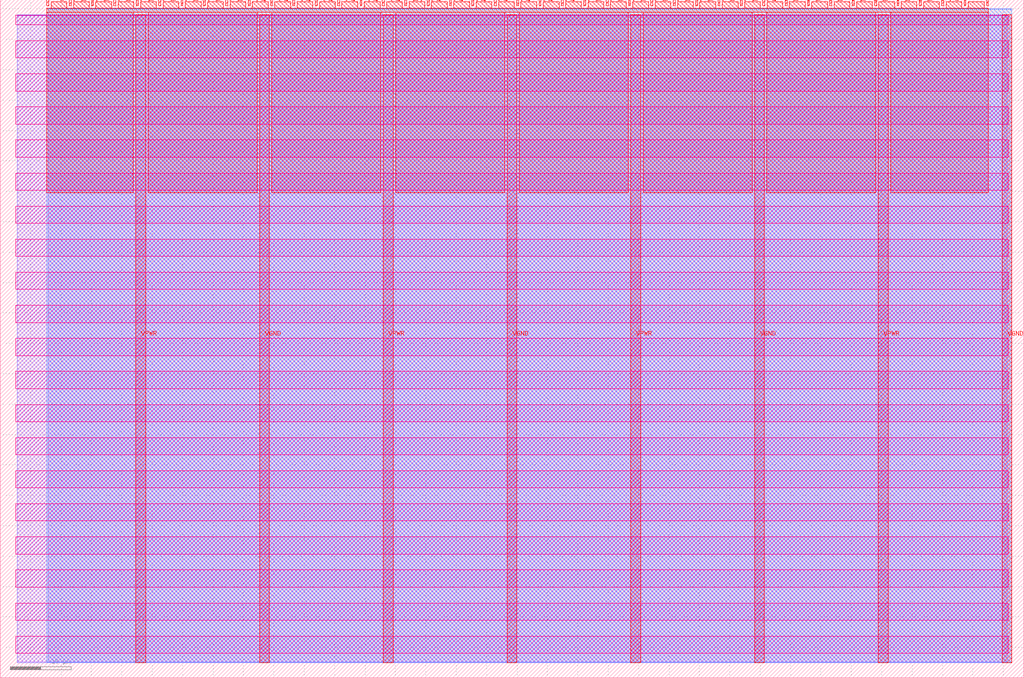
<source format=lef>
VERSION 5.7 ;
  NOWIREEXTENSIONATPIN ON ;
  DIVIDERCHAR "/" ;
  BUSBITCHARS "[]" ;
MACRO tt_um_FreqMeter_Juan_Garcial
  CLASS BLOCK ;
  FOREIGN tt_um_FreqMeter_Juan_Garcial ;
  ORIGIN 0.000 0.000 ;
  SIZE 168.360 BY 111.520 ;
  PIN VGND
    DIRECTION INOUT ;
    USE GROUND ;
    PORT
      LAYER met4 ;
        RECT 42.670 2.480 44.270 109.040 ;
    END
    PORT
      LAYER met4 ;
        RECT 83.380 2.480 84.980 109.040 ;
    END
    PORT
      LAYER met4 ;
        RECT 124.090 2.480 125.690 109.040 ;
    END
    PORT
      LAYER met4 ;
        RECT 164.800 2.480 166.400 109.040 ;
    END
  END VGND
  PIN VPWR
    DIRECTION INOUT ;
    USE POWER ;
    PORT
      LAYER met4 ;
        RECT 22.315 2.480 23.915 109.040 ;
    END
    PORT
      LAYER met4 ;
        RECT 63.025 2.480 64.625 109.040 ;
    END
    PORT
      LAYER met4 ;
        RECT 103.735 2.480 105.335 109.040 ;
    END
    PORT
      LAYER met4 ;
        RECT 144.445 2.480 146.045 109.040 ;
    END
  END VPWR
  PIN clk
    DIRECTION INPUT ;
    USE SIGNAL ;
    ANTENNAGATEAREA 0.852000 ;
    PORT
      LAYER met4 ;
        RECT 158.550 110.520 158.850 111.520 ;
    END
  END clk
  PIN ena
    DIRECTION INPUT ;
    USE SIGNAL ;
    ANTENNAGATEAREA 0.126000 ;
    PORT
      LAYER met4 ;
        RECT 162.230 110.520 162.530 111.520 ;
    END
  END ena
  PIN rst_n
    DIRECTION INPUT ;
    USE SIGNAL ;
    ANTENNAGATEAREA 0.213000 ;
    PORT
      LAYER met4 ;
        RECT 154.870 110.520 155.170 111.520 ;
    END
  END rst_n
  PIN ui_in[0]
    DIRECTION INPUT ;
    USE SIGNAL ;
    ANTENNAGATEAREA 0.196500 ;
    PORT
      LAYER met4 ;
        RECT 151.190 110.520 151.490 111.520 ;
    END
  END ui_in[0]
  PIN ui_in[1]
    DIRECTION INPUT ;
    USE SIGNAL ;
    ANTENNAGATEAREA 0.196500 ;
    PORT
      LAYER met4 ;
        RECT 147.510 110.520 147.810 111.520 ;
    END
  END ui_in[1]
  PIN ui_in[2]
    DIRECTION INPUT ;
    USE SIGNAL ;
    ANTENNAGATEAREA 0.196500 ;
    PORT
      LAYER met4 ;
        RECT 143.830 110.520 144.130 111.520 ;
    END
  END ui_in[2]
  PIN ui_in[3]
    DIRECTION INPUT ;
    USE SIGNAL ;
    ANTENNAGATEAREA 0.196500 ;
    PORT
      LAYER met4 ;
        RECT 140.150 110.520 140.450 111.520 ;
    END
  END ui_in[3]
  PIN ui_in[4]
    DIRECTION INPUT ;
    USE SIGNAL ;
    ANTENNAGATEAREA 0.196500 ;
    PORT
      LAYER met4 ;
        RECT 136.470 110.520 136.770 111.520 ;
    END
  END ui_in[4]
  PIN ui_in[5]
    DIRECTION INPUT ;
    USE SIGNAL ;
    ANTENNAGATEAREA 0.196500 ;
    PORT
      LAYER met4 ;
        RECT 132.790 110.520 133.090 111.520 ;
    END
  END ui_in[5]
  PIN ui_in[6]
    DIRECTION INPUT ;
    USE SIGNAL ;
    ANTENNAGATEAREA 0.196500 ;
    PORT
      LAYER met4 ;
        RECT 129.110 110.520 129.410 111.520 ;
    END
  END ui_in[6]
  PIN ui_in[7]
    DIRECTION INPUT ;
    USE SIGNAL ;
    ANTENNAGATEAREA 0.196500 ;
    PORT
      LAYER met4 ;
        RECT 125.430 110.520 125.730 111.520 ;
    END
  END ui_in[7]
  PIN uio_in[0]
    DIRECTION INPUT ;
    USE SIGNAL ;
    ANTENNAGATEAREA 0.196500 ;
    PORT
      LAYER met4 ;
        RECT 121.750 110.520 122.050 111.520 ;
    END
  END uio_in[0]
  PIN uio_in[1]
    DIRECTION INPUT ;
    USE SIGNAL ;
    ANTENNAGATEAREA 0.196500 ;
    PORT
      LAYER met4 ;
        RECT 118.070 110.520 118.370 111.520 ;
    END
  END uio_in[1]
  PIN uio_in[2]
    DIRECTION INPUT ;
    USE SIGNAL ;
    ANTENNAGATEAREA 0.196500 ;
    PORT
      LAYER met4 ;
        RECT 114.390 110.520 114.690 111.520 ;
    END
  END uio_in[2]
  PIN uio_in[3]
    DIRECTION INPUT ;
    USE SIGNAL ;
    ANTENNAGATEAREA 0.196500 ;
    PORT
      LAYER met4 ;
        RECT 110.710 110.520 111.010 111.520 ;
    END
  END uio_in[3]
  PIN uio_in[4]
    DIRECTION INPUT ;
    USE SIGNAL ;
    PORT
      LAYER met4 ;
        RECT 107.030 110.520 107.330 111.520 ;
    END
  END uio_in[4]
  PIN uio_in[5]
    DIRECTION INPUT ;
    USE SIGNAL ;
    PORT
      LAYER met4 ;
        RECT 103.350 110.520 103.650 111.520 ;
    END
  END uio_in[5]
  PIN uio_in[6]
    DIRECTION INPUT ;
    USE SIGNAL ;
    PORT
      LAYER met4 ;
        RECT 99.670 110.520 99.970 111.520 ;
    END
  END uio_in[6]
  PIN uio_in[7]
    DIRECTION INPUT ;
    USE SIGNAL ;
    PORT
      LAYER met4 ;
        RECT 95.990 110.520 96.290 111.520 ;
    END
  END uio_in[7]
  PIN uio_oe[0]
    DIRECTION OUTPUT TRISTATE ;
    USE SIGNAL ;
    PORT
      LAYER met4 ;
        RECT 33.430 110.520 33.730 111.520 ;
    END
  END uio_oe[0]
  PIN uio_oe[1]
    DIRECTION OUTPUT TRISTATE ;
    USE SIGNAL ;
    PORT
      LAYER met4 ;
        RECT 29.750 110.520 30.050 111.520 ;
    END
  END uio_oe[1]
  PIN uio_oe[2]
    DIRECTION OUTPUT TRISTATE ;
    USE SIGNAL ;
    PORT
      LAYER met4 ;
        RECT 26.070 110.520 26.370 111.520 ;
    END
  END uio_oe[2]
  PIN uio_oe[3]
    DIRECTION OUTPUT TRISTATE ;
    USE SIGNAL ;
    PORT
      LAYER met4 ;
        RECT 22.390 110.520 22.690 111.520 ;
    END
  END uio_oe[3]
  PIN uio_oe[4]
    DIRECTION OUTPUT TRISTATE ;
    USE SIGNAL ;
    PORT
      LAYER met4 ;
        RECT 18.710 110.520 19.010 111.520 ;
    END
  END uio_oe[4]
  PIN uio_oe[5]
    DIRECTION OUTPUT TRISTATE ;
    USE SIGNAL ;
    PORT
      LAYER met4 ;
        RECT 15.030 110.520 15.330 111.520 ;
    END
  END uio_oe[5]
  PIN uio_oe[6]
    DIRECTION OUTPUT TRISTATE ;
    USE SIGNAL ;
    PORT
      LAYER met4 ;
        RECT 11.350 110.520 11.650 111.520 ;
    END
  END uio_oe[6]
  PIN uio_oe[7]
    DIRECTION OUTPUT TRISTATE ;
    USE SIGNAL ;
    PORT
      LAYER met4 ;
        RECT 7.670 110.520 7.970 111.520 ;
    END
  END uio_oe[7]
  PIN uio_out[0]
    DIRECTION OUTPUT TRISTATE ;
    USE SIGNAL ;
    PORT
      LAYER met4 ;
        RECT 62.870 110.520 63.170 111.520 ;
    END
  END uio_out[0]
  PIN uio_out[1]
    DIRECTION OUTPUT TRISTATE ;
    USE SIGNAL ;
    PORT
      LAYER met4 ;
        RECT 59.190 110.520 59.490 111.520 ;
    END
  END uio_out[1]
  PIN uio_out[2]
    DIRECTION OUTPUT TRISTATE ;
    USE SIGNAL ;
    PORT
      LAYER met4 ;
        RECT 55.510 110.520 55.810 111.520 ;
    END
  END uio_out[2]
  PIN uio_out[3]
    DIRECTION OUTPUT TRISTATE ;
    USE SIGNAL ;
    PORT
      LAYER met4 ;
        RECT 51.830 110.520 52.130 111.520 ;
    END
  END uio_out[3]
  PIN uio_out[4]
    DIRECTION OUTPUT TRISTATE ;
    USE SIGNAL ;
    PORT
      LAYER met4 ;
        RECT 48.150 110.520 48.450 111.520 ;
    END
  END uio_out[4]
  PIN uio_out[5]
    DIRECTION OUTPUT TRISTATE ;
    USE SIGNAL ;
    PORT
      LAYER met4 ;
        RECT 44.470 110.520 44.770 111.520 ;
    END
  END uio_out[5]
  PIN uio_out[6]
    DIRECTION OUTPUT TRISTATE ;
    USE SIGNAL ;
    PORT
      LAYER met4 ;
        RECT 40.790 110.520 41.090 111.520 ;
    END
  END uio_out[6]
  PIN uio_out[7]
    DIRECTION OUTPUT TRISTATE ;
    USE SIGNAL ;
    PORT
      LAYER met4 ;
        RECT 37.110 110.520 37.410 111.520 ;
    END
  END uio_out[7]
  PIN uo_out[0]
    DIRECTION OUTPUT TRISTATE ;
    USE SIGNAL ;
    ANTENNAGATEAREA 1.783500 ;
    ANTENNADIFFAREA 0.891000 ;
    PORT
      LAYER met4 ;
        RECT 92.310 110.520 92.610 111.520 ;
    END
  END uo_out[0]
  PIN uo_out[1]
    DIRECTION OUTPUT TRISTATE ;
    USE SIGNAL ;
    ANTENNAGATEAREA 0.964500 ;
    ANTENNADIFFAREA 0.891000 ;
    PORT
      LAYER met4 ;
        RECT 88.630 110.520 88.930 111.520 ;
    END
  END uo_out[1]
  PIN uo_out[2]
    DIRECTION OUTPUT TRISTATE ;
    USE SIGNAL ;
    ANTENNAGATEAREA 1.620000 ;
    ANTENNADIFFAREA 0.891000 ;
    PORT
      LAYER met4 ;
        RECT 84.950 110.520 85.250 111.520 ;
    END
  END uo_out[2]
  PIN uo_out[3]
    DIRECTION OUTPUT TRISTATE ;
    USE SIGNAL ;
    ANTENNAGATEAREA 1.251000 ;
    ANTENNADIFFAREA 0.891000 ;
    PORT
      LAYER met4 ;
        RECT 81.270 110.520 81.570 111.520 ;
    END
  END uo_out[3]
  PIN uo_out[4]
    DIRECTION OUTPUT TRISTATE ;
    USE SIGNAL ;
    ANTENNAGATEAREA 1.498500 ;
    ANTENNADIFFAREA 0.891000 ;
    PORT
      LAYER met4 ;
        RECT 77.590 110.520 77.890 111.520 ;
    END
  END uo_out[4]
  PIN uo_out[5]
    DIRECTION OUTPUT TRISTATE ;
    USE SIGNAL ;
    ANTENNADIFFAREA 0.445500 ;
    PORT
      LAYER met4 ;
        RECT 73.910 110.520 74.210 111.520 ;
    END
  END uo_out[5]
  PIN uo_out[6]
    DIRECTION OUTPUT TRISTATE ;
    USE SIGNAL ;
    PORT
      LAYER met4 ;
        RECT 70.230 110.520 70.530 111.520 ;
    END
  END uo_out[6]
  PIN uo_out[7]
    DIRECTION OUTPUT TRISTATE ;
    USE SIGNAL ;
    PORT
      LAYER met4 ;
        RECT 66.550 110.520 66.850 111.520 ;
    END
  END uo_out[7]
  OBS
      LAYER nwell ;
        RECT 2.570 107.385 165.790 108.990 ;
        RECT 2.570 101.945 165.790 104.775 ;
        RECT 2.570 96.505 165.790 99.335 ;
        RECT 2.570 91.065 165.790 93.895 ;
        RECT 2.570 85.625 165.790 88.455 ;
        RECT 2.570 80.185 165.790 83.015 ;
        RECT 2.570 74.745 165.790 77.575 ;
        RECT 2.570 69.305 165.790 72.135 ;
        RECT 2.570 63.865 165.790 66.695 ;
        RECT 2.570 58.425 165.790 61.255 ;
        RECT 2.570 52.985 165.790 55.815 ;
        RECT 2.570 47.545 165.790 50.375 ;
        RECT 2.570 42.105 165.790 44.935 ;
        RECT 2.570 36.665 165.790 39.495 ;
        RECT 2.570 31.225 165.790 34.055 ;
        RECT 2.570 25.785 165.790 28.615 ;
        RECT 2.570 20.345 165.790 23.175 ;
        RECT 2.570 14.905 165.790 17.735 ;
        RECT 2.570 9.465 165.790 12.295 ;
        RECT 2.570 4.025 165.790 6.855 ;
      LAYER li1 ;
        RECT 2.760 2.635 165.600 108.885 ;
      LAYER met1 ;
        RECT 2.760 2.480 166.400 109.040 ;
      LAYER met2 ;
        RECT 7.910 2.535 166.370 110.005 ;
      LAYER met3 ;
        RECT 7.630 2.555 166.390 109.985 ;
      LAYER met4 ;
        RECT 8.370 110.120 10.950 111.170 ;
        RECT 12.050 110.120 14.630 111.170 ;
        RECT 15.730 110.120 18.310 111.170 ;
        RECT 19.410 110.120 21.990 111.170 ;
        RECT 23.090 110.120 25.670 111.170 ;
        RECT 26.770 110.120 29.350 111.170 ;
        RECT 30.450 110.120 33.030 111.170 ;
        RECT 34.130 110.120 36.710 111.170 ;
        RECT 37.810 110.120 40.390 111.170 ;
        RECT 41.490 110.120 44.070 111.170 ;
        RECT 45.170 110.120 47.750 111.170 ;
        RECT 48.850 110.120 51.430 111.170 ;
        RECT 52.530 110.120 55.110 111.170 ;
        RECT 56.210 110.120 58.790 111.170 ;
        RECT 59.890 110.120 62.470 111.170 ;
        RECT 63.570 110.120 66.150 111.170 ;
        RECT 67.250 110.120 69.830 111.170 ;
        RECT 70.930 110.120 73.510 111.170 ;
        RECT 74.610 110.120 77.190 111.170 ;
        RECT 78.290 110.120 80.870 111.170 ;
        RECT 81.970 110.120 84.550 111.170 ;
        RECT 85.650 110.120 88.230 111.170 ;
        RECT 89.330 110.120 91.910 111.170 ;
        RECT 93.010 110.120 95.590 111.170 ;
        RECT 96.690 110.120 99.270 111.170 ;
        RECT 100.370 110.120 102.950 111.170 ;
        RECT 104.050 110.120 106.630 111.170 ;
        RECT 107.730 110.120 110.310 111.170 ;
        RECT 111.410 110.120 113.990 111.170 ;
        RECT 115.090 110.120 117.670 111.170 ;
        RECT 118.770 110.120 121.350 111.170 ;
        RECT 122.450 110.120 125.030 111.170 ;
        RECT 126.130 110.120 128.710 111.170 ;
        RECT 129.810 110.120 132.390 111.170 ;
        RECT 133.490 110.120 136.070 111.170 ;
        RECT 137.170 110.120 139.750 111.170 ;
        RECT 140.850 110.120 143.430 111.170 ;
        RECT 144.530 110.120 147.110 111.170 ;
        RECT 148.210 110.120 150.790 111.170 ;
        RECT 151.890 110.120 154.470 111.170 ;
        RECT 155.570 110.120 158.150 111.170 ;
        RECT 159.250 110.120 161.830 111.170 ;
        RECT 7.655 109.440 162.545 110.120 ;
        RECT 7.655 79.735 21.915 109.440 ;
        RECT 24.315 79.735 42.270 109.440 ;
        RECT 44.670 79.735 62.625 109.440 ;
        RECT 65.025 79.735 82.980 109.440 ;
        RECT 85.380 79.735 103.335 109.440 ;
        RECT 105.735 79.735 123.690 109.440 ;
        RECT 126.090 79.735 144.045 109.440 ;
        RECT 146.445 79.735 162.545 109.440 ;
  END
END tt_um_FreqMeter_Juan_Garcial
END LIBRARY


</source>
